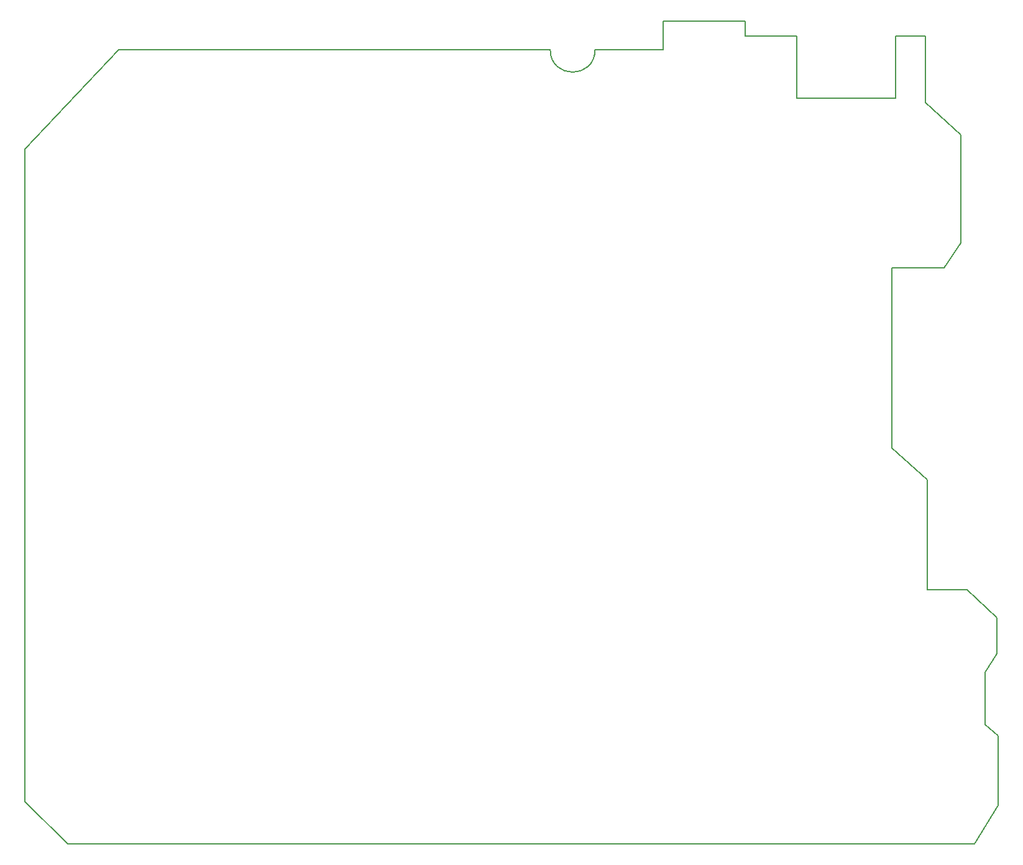
<source format=gbr>
G04 #@! TF.FileFunction,Profile,NP*
%FSLAX46Y46*%
G04 Gerber Fmt 4.6, Leading zero omitted, Abs format (unit mm)*
G04 Created by KiCad (PCBNEW 4.0.1-stable) date 2/1/2016 10:13:23 PM*
%MOMM*%
G01*
G04 APERTURE LIST*
%ADD10C,0.150000*%
%ADD11C,0.127000*%
G04 APERTURE END LIST*
D10*
D11*
X142113000Y-20218400D02*
X146151600Y-20218400D01*
X142113000Y-28702000D02*
X142113000Y-20218400D01*
X128651000Y-28702000D02*
X142113000Y-28702000D01*
X128651000Y-20231100D02*
X128651000Y-28702000D01*
X146151600Y-29248100D02*
X146151600Y-20218400D01*
X121666000Y-20231100D02*
X128651000Y-20231100D01*
X121666000Y-18173700D02*
X121666000Y-20231100D01*
X110439200Y-18173700D02*
X121666000Y-18173700D01*
X110439200Y-22085300D02*
X110439200Y-18173700D01*
X110439200Y-22085300D02*
X101168200Y-22085300D01*
X95072200Y-22098000D02*
G75*
G03X101168200Y-22098000I3048000J0D01*
G01*
X146431000Y-80645000D02*
X141605000Y-76327000D01*
X156083000Y-115570000D02*
X156083000Y-125056900D01*
X154305000Y-114020600D02*
X156083000Y-115570000D01*
X154305000Y-106946700D02*
X154305000Y-114020600D01*
X152831800Y-130302000D02*
X156083000Y-125056900D01*
X29362400Y-130302000D02*
X152831800Y-130302000D01*
X23495000Y-124510800D02*
X29362400Y-130302000D01*
X151003000Y-33655000D02*
X146151600Y-29248100D01*
X36296600Y-22098000D02*
X95072200Y-22098000D01*
X23495000Y-35610800D02*
X23495000Y-124510800D01*
X23495000Y-35610800D02*
X36296600Y-22098000D01*
X155956000Y-104394000D02*
X154305000Y-106946700D01*
X155956000Y-99441000D02*
X155956000Y-104394000D01*
X151892000Y-95631000D02*
X155956000Y-99441000D01*
X146431000Y-95631000D02*
X151892000Y-95631000D01*
X146431000Y-80645000D02*
X146431000Y-95631000D01*
X141605000Y-51816000D02*
X141605000Y-76327000D01*
X148717000Y-51816000D02*
X141605000Y-51816000D01*
X151003000Y-48387000D02*
X148717000Y-51816000D01*
X151003000Y-33782000D02*
X151003000Y-48387000D01*
M02*

</source>
